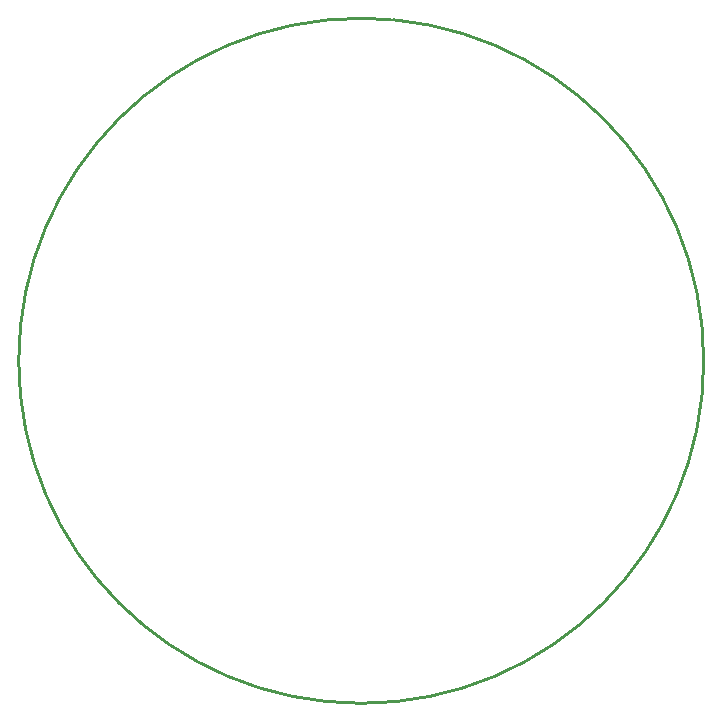
<source format=gko>
G04 Layer_Color=16711935*
%FSLAX24Y24*%
%MOIN*%
G70*
G01*
G75*
%ADD24C,0.0100*%
D24*
X11417Y0D02*
G03*
X11417Y0I-11417J0D01*
G01*
M02*

</source>
